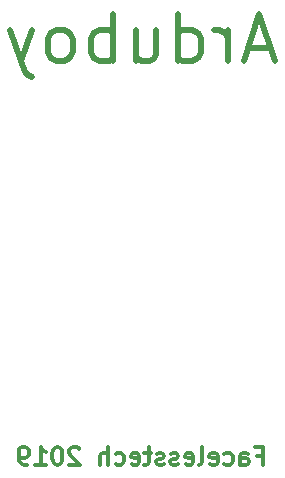
<source format=gbr>
G04 #@! TF.GenerationSoftware,KiCad,Pcbnew,5.0.2+dfsg1-1~bpo9+1*
G04 #@! TF.CreationDate,2019-07-11T09:36:16+01:00*
G04 #@! TF.ProjectId,arduboy_with_flashcart_port_smd_back,61726475-626f-4795-9f77-6974685f666c,rev?*
G04 #@! TF.SameCoordinates,Original*
G04 #@! TF.FileFunction,Legend,Bot*
G04 #@! TF.FilePolarity,Positive*
%FSLAX46Y46*%
G04 Gerber Fmt 4.6, Leading zero omitted, Abs format (unit mm)*
G04 Created by KiCad (PCBNEW 5.0.2+dfsg1-1~bpo9+1) date Thu 11 Jul 2019 09:36:16 BST*
%MOMM*%
%LPD*%
G01*
G04 APERTURE LIST*
%ADD10C,0.500000*%
%ADD11C,0.300000*%
G04 APERTURE END LIST*
D10*
X84155180Y-88741166D02*
X82250419Y-88741166D01*
X84536133Y-89884023D02*
X83202800Y-85884023D01*
X81869466Y-89884023D01*
X80536133Y-89884023D02*
X80536133Y-87217357D01*
X80536133Y-87979261D02*
X80345657Y-87598309D01*
X80155180Y-87407833D01*
X79774228Y-87217357D01*
X79393276Y-87217357D01*
X76345657Y-89884023D02*
X76345657Y-85884023D01*
X76345657Y-89693547D02*
X76726609Y-89884023D01*
X77488514Y-89884023D01*
X77869466Y-89693547D01*
X78059942Y-89503071D01*
X78250419Y-89122119D01*
X78250419Y-87979261D01*
X78059942Y-87598309D01*
X77869466Y-87407833D01*
X77488514Y-87217357D01*
X76726609Y-87217357D01*
X76345657Y-87407833D01*
X72726609Y-87217357D02*
X72726609Y-89884023D01*
X74440895Y-87217357D02*
X74440895Y-89312595D01*
X74250419Y-89693547D01*
X73869466Y-89884023D01*
X73298038Y-89884023D01*
X72917085Y-89693547D01*
X72726609Y-89503071D01*
X70821847Y-89884023D02*
X70821847Y-85884023D01*
X70821847Y-87407833D02*
X70440895Y-87217357D01*
X69678990Y-87217357D01*
X69298038Y-87407833D01*
X69107561Y-87598309D01*
X68917085Y-87979261D01*
X68917085Y-89122119D01*
X69107561Y-89503071D01*
X69298038Y-89693547D01*
X69678990Y-89884023D01*
X70440895Y-89884023D01*
X70821847Y-89693547D01*
X66631371Y-89884023D02*
X67012323Y-89693547D01*
X67202800Y-89503071D01*
X67393276Y-89122119D01*
X67393276Y-87979261D01*
X67202800Y-87598309D01*
X67012323Y-87407833D01*
X66631371Y-87217357D01*
X66059942Y-87217357D01*
X65678990Y-87407833D01*
X65488514Y-87598309D01*
X65298038Y-87979261D01*
X65298038Y-89122119D01*
X65488514Y-89503071D01*
X65678990Y-89693547D01*
X66059942Y-89884023D01*
X66631371Y-89884023D01*
X63964704Y-87217357D02*
X63012323Y-89884023D01*
X62059942Y-87217357D02*
X63012323Y-89884023D01*
X63393276Y-90836404D01*
X63583752Y-91026880D01*
X63964704Y-91217357D01*
D11*
X83024228Y-123273357D02*
X83524228Y-123273357D01*
X83524228Y-124059071D02*
X83524228Y-122559071D01*
X82809942Y-122559071D01*
X81595657Y-124059071D02*
X81595657Y-123273357D01*
X81667085Y-123130500D01*
X81809942Y-123059071D01*
X82095657Y-123059071D01*
X82238514Y-123130500D01*
X81595657Y-123987642D02*
X81738514Y-124059071D01*
X82095657Y-124059071D01*
X82238514Y-123987642D01*
X82309942Y-123844785D01*
X82309942Y-123701928D01*
X82238514Y-123559071D01*
X82095657Y-123487642D01*
X81738514Y-123487642D01*
X81595657Y-123416214D01*
X80238514Y-123987642D02*
X80381371Y-124059071D01*
X80667085Y-124059071D01*
X80809942Y-123987642D01*
X80881371Y-123916214D01*
X80952800Y-123773357D01*
X80952800Y-123344785D01*
X80881371Y-123201928D01*
X80809942Y-123130500D01*
X80667085Y-123059071D01*
X80381371Y-123059071D01*
X80238514Y-123130500D01*
X79024228Y-123987642D02*
X79167085Y-124059071D01*
X79452800Y-124059071D01*
X79595657Y-123987642D01*
X79667085Y-123844785D01*
X79667085Y-123273357D01*
X79595657Y-123130500D01*
X79452800Y-123059071D01*
X79167085Y-123059071D01*
X79024228Y-123130500D01*
X78952800Y-123273357D01*
X78952800Y-123416214D01*
X79667085Y-123559071D01*
X78095657Y-124059071D02*
X78238514Y-123987642D01*
X78309942Y-123844785D01*
X78309942Y-122559071D01*
X76952800Y-123987642D02*
X77095657Y-124059071D01*
X77381371Y-124059071D01*
X77524228Y-123987642D01*
X77595657Y-123844785D01*
X77595657Y-123273357D01*
X77524228Y-123130500D01*
X77381371Y-123059071D01*
X77095657Y-123059071D01*
X76952800Y-123130500D01*
X76881371Y-123273357D01*
X76881371Y-123416214D01*
X77595657Y-123559071D01*
X76309942Y-123987642D02*
X76167085Y-124059071D01*
X75881371Y-124059071D01*
X75738514Y-123987642D01*
X75667085Y-123844785D01*
X75667085Y-123773357D01*
X75738514Y-123630500D01*
X75881371Y-123559071D01*
X76095657Y-123559071D01*
X76238514Y-123487642D01*
X76309942Y-123344785D01*
X76309942Y-123273357D01*
X76238514Y-123130500D01*
X76095657Y-123059071D01*
X75881371Y-123059071D01*
X75738514Y-123130500D01*
X75095657Y-123987642D02*
X74952800Y-124059071D01*
X74667085Y-124059071D01*
X74524228Y-123987642D01*
X74452800Y-123844785D01*
X74452800Y-123773357D01*
X74524228Y-123630500D01*
X74667085Y-123559071D01*
X74881371Y-123559071D01*
X75024228Y-123487642D01*
X75095657Y-123344785D01*
X75095657Y-123273357D01*
X75024228Y-123130500D01*
X74881371Y-123059071D01*
X74667085Y-123059071D01*
X74524228Y-123130500D01*
X74024228Y-123059071D02*
X73452800Y-123059071D01*
X73809942Y-122559071D02*
X73809942Y-123844785D01*
X73738514Y-123987642D01*
X73595657Y-124059071D01*
X73452800Y-124059071D01*
X72381371Y-123987642D02*
X72524228Y-124059071D01*
X72809942Y-124059071D01*
X72952800Y-123987642D01*
X73024228Y-123844785D01*
X73024228Y-123273357D01*
X72952800Y-123130500D01*
X72809942Y-123059071D01*
X72524228Y-123059071D01*
X72381371Y-123130500D01*
X72309942Y-123273357D01*
X72309942Y-123416214D01*
X73024228Y-123559071D01*
X71024228Y-123987642D02*
X71167085Y-124059071D01*
X71452800Y-124059071D01*
X71595657Y-123987642D01*
X71667085Y-123916214D01*
X71738514Y-123773357D01*
X71738514Y-123344785D01*
X71667085Y-123201928D01*
X71595657Y-123130500D01*
X71452800Y-123059071D01*
X71167085Y-123059071D01*
X71024228Y-123130500D01*
X70381371Y-124059071D02*
X70381371Y-122559071D01*
X69738514Y-124059071D02*
X69738514Y-123273357D01*
X69809942Y-123130500D01*
X69952800Y-123059071D01*
X70167085Y-123059071D01*
X70309942Y-123130500D01*
X70381371Y-123201928D01*
X67952800Y-122701928D02*
X67881371Y-122630500D01*
X67738514Y-122559071D01*
X67381371Y-122559071D01*
X67238514Y-122630500D01*
X67167085Y-122701928D01*
X67095657Y-122844785D01*
X67095657Y-122987642D01*
X67167085Y-123201928D01*
X68024228Y-124059071D01*
X67095657Y-124059071D01*
X66167085Y-122559071D02*
X66024228Y-122559071D01*
X65881371Y-122630500D01*
X65809942Y-122701928D01*
X65738514Y-122844785D01*
X65667085Y-123130500D01*
X65667085Y-123487642D01*
X65738514Y-123773357D01*
X65809942Y-123916214D01*
X65881371Y-123987642D01*
X66024228Y-124059071D01*
X66167085Y-124059071D01*
X66309942Y-123987642D01*
X66381371Y-123916214D01*
X66452800Y-123773357D01*
X66524228Y-123487642D01*
X66524228Y-123130500D01*
X66452800Y-122844785D01*
X66381371Y-122701928D01*
X66309942Y-122630500D01*
X66167085Y-122559071D01*
X64238514Y-124059071D02*
X65095657Y-124059071D01*
X64667085Y-124059071D02*
X64667085Y-122559071D01*
X64809942Y-122773357D01*
X64952800Y-122916214D01*
X65095657Y-122987642D01*
X63524228Y-124059071D02*
X63238514Y-124059071D01*
X63095657Y-123987642D01*
X63024228Y-123916214D01*
X62881371Y-123701928D01*
X62809942Y-123416214D01*
X62809942Y-122844785D01*
X62881371Y-122701928D01*
X62952800Y-122630500D01*
X63095657Y-122559071D01*
X63381371Y-122559071D01*
X63524228Y-122630500D01*
X63595657Y-122701928D01*
X63667085Y-122844785D01*
X63667085Y-123201928D01*
X63595657Y-123344785D01*
X63524228Y-123416214D01*
X63381371Y-123487642D01*
X63095657Y-123487642D01*
X62952800Y-123416214D01*
X62881371Y-123344785D01*
X62809942Y-123201928D01*
M02*

</source>
